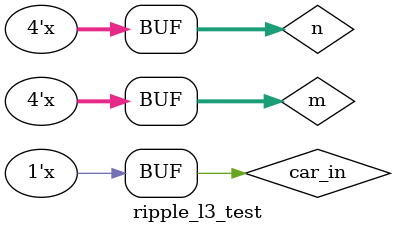
<source format=v>
`timescale 1ns / 1ps


module ripple_l3_test;

	// Inputs
	reg [3:0] m;
	reg [3:0] n;
	reg car_in;

	// Outputs
	wire [3:0] y;

	// Bidirs
	wire car_out;

	// Instantiate the Unit Under Test (UUT)
	fbra uut (
		.m(m), 
		.n(n), 
		.car_in(car_in), 
		.car_out(car_out), 
		.y(y)
	);

	initial begin
		// Initialize Inputs
		m = 0;
		n = 0;
		car_in = 0;

		// Wait 100 ns for global reset to finish
		#100;
        
		// Add stimulus here

	end
	always #1 m[0] = ~m[0];
	always #2 m[1] = ~m[1];
	always #4 m[2] = ~m[2];
	always #8 m[3] = ~m[3];
	always #16 n[0] = ~n[0];
	always #32 n[1] = ~n[1];
	always #64 n[2] = ~n[2];
	always #128 n[3] = ~n[3];
	always #256 car_in = ~car_in;
      
endmodule


</source>
